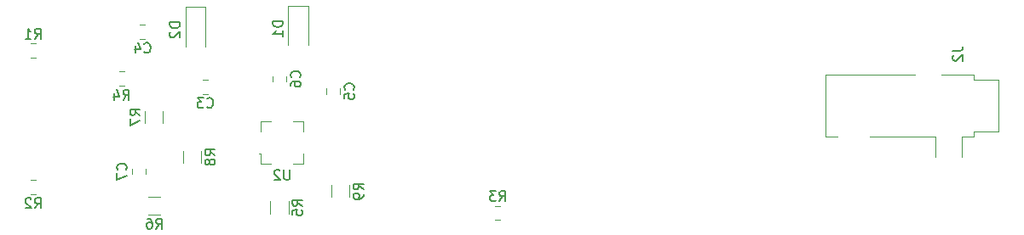
<source format=gbr>
G04 #@! TF.GenerationSoftware,KiCad,Pcbnew,5.0.2+dfsg1-1*
G04 #@! TF.CreationDate,2021-01-08T16:21:55+01:00*
G04 #@! TF.ProjectId,TTGO_weatherboard,5454474f-5f77-4656-9174-686572626f61,rev?*
G04 #@! TF.SameCoordinates,Original*
G04 #@! TF.FileFunction,Legend,Bot*
G04 #@! TF.FilePolarity,Positive*
%FSLAX46Y46*%
G04 Gerber Fmt 4.6, Leading zero omitted, Abs format (unit mm)*
G04 Created by KiCad (PCBNEW 5.0.2+dfsg1-1) date Fr 08 Jan 2021 16:21:55 CET*
%MOMM*%
%LPD*%
G01*
G04 APERTURE LIST*
%ADD10C,0.120000*%
%ADD11C,0.150000*%
G04 APERTURE END LIST*
D10*
G04 #@! TO.C,C3*
X120836948Y-68987600D02*
X121359452Y-68987600D01*
X120836948Y-70407600D02*
X121359452Y-70407600D01*
G04 #@! TO.C,C4*
X114606548Y-64921200D02*
X115129052Y-64921200D01*
X114606548Y-63501200D02*
X115129052Y-63501200D01*
G04 #@! TO.C,C5*
X134517200Y-70407052D02*
X134517200Y-69884548D01*
X133097200Y-70407052D02*
X133097200Y-69884548D01*
G04 #@! TO.C,C6*
X127763200Y-69187852D02*
X127763200Y-68665348D01*
X129183200Y-69187852D02*
X129183200Y-68665348D01*
G04 #@! TO.C,C7*
X113793200Y-77878148D02*
X113793200Y-78400652D01*
X115213200Y-77878148D02*
X115213200Y-78400652D01*
G04 #@! TO.C,D1*
X129352800Y-61656400D02*
X129352800Y-65556400D01*
X131352800Y-61656400D02*
X131352800Y-65556400D01*
X129352800Y-61656400D02*
X131352800Y-61656400D01*
G04 #@! TO.C,D2*
X119115600Y-61758000D02*
X121115600Y-61758000D01*
X121115600Y-61758000D02*
X121115600Y-65658000D01*
X119115600Y-61758000D02*
X119115600Y-65658000D01*
G04 #@! TO.C,J2*
X196263600Y-74677200D02*
X197463600Y-74677200D01*
X197463600Y-74677200D02*
X197463600Y-74177200D01*
X197463600Y-74177200D02*
X199963600Y-74177200D01*
X199963600Y-74177200D02*
X199963600Y-68977200D01*
X199963600Y-68977200D02*
X197463600Y-68977200D01*
X197463600Y-68977200D02*
X197463600Y-68477200D01*
X197463600Y-68477200D02*
X194263600Y-68477200D01*
X191663600Y-68477200D02*
X182763600Y-68477200D01*
X182763600Y-68477200D02*
X182763600Y-74677200D01*
X182763600Y-74677200D02*
X183963600Y-74677200D01*
X187163600Y-74677200D02*
X193663600Y-74677200D01*
X196263600Y-74677200D02*
X196263600Y-76677200D01*
X193663600Y-74677200D02*
X193663600Y-76677200D01*
G04 #@! TO.C,R1*
X104239852Y-66800800D02*
X103717348Y-66800800D01*
X104239852Y-65380800D02*
X103717348Y-65380800D01*
G04 #@! TO.C,R2*
X103717348Y-80415200D02*
X104239852Y-80415200D01*
X103717348Y-78995200D02*
X104239852Y-78995200D01*
G04 #@! TO.C,R3*
X150435052Y-81586000D02*
X149912548Y-81586000D01*
X150435052Y-83006000D02*
X149912548Y-83006000D01*
G04 #@! TO.C,R4*
X112505748Y-68174800D02*
X113028252Y-68174800D01*
X112505748Y-69594800D02*
X113028252Y-69594800D01*
G04 #@! TO.C,R5*
X129383200Y-82339264D02*
X129383200Y-81135136D01*
X127563200Y-82339264D02*
X127563200Y-81135136D01*
G04 #@! TO.C,R6*
X115439436Y-82494800D02*
X116643564Y-82494800D01*
X115439436Y-80674800D02*
X116643564Y-80674800D01*
G04 #@! TO.C,R7*
X116886400Y-72092736D02*
X116886400Y-73296864D01*
X115066400Y-72092736D02*
X115066400Y-73296864D01*
G04 #@! TO.C,R8*
X118876400Y-77310064D02*
X118876400Y-76105936D01*
X120696400Y-77310064D02*
X120696400Y-76105936D01*
G04 #@! TO.C,R9*
X135442700Y-80713664D02*
X135442700Y-79509536D01*
X133622700Y-80713664D02*
X133622700Y-79509536D01*
G04 #@! TO.C,U2*
X130847200Y-73114800D02*
X129827200Y-73114800D01*
X127627200Y-73114800D02*
X126607200Y-73114800D01*
X130847200Y-77354800D02*
X129827200Y-77354800D01*
X127627200Y-77354800D02*
X126607200Y-77354800D01*
X130847200Y-74134800D02*
X130847200Y-73114800D01*
X130847200Y-77354800D02*
X130847200Y-76334800D01*
X126607200Y-74134800D02*
X126607200Y-73114800D01*
X126607200Y-77354800D02*
X126607200Y-76334800D01*
X126427200Y-76334800D02*
X126607200Y-76334800D01*
G04 #@! TO.C,C3*
D11*
X121264866Y-71704742D02*
X121312485Y-71752361D01*
X121455342Y-71799980D01*
X121550580Y-71799980D01*
X121693438Y-71752361D01*
X121788676Y-71657123D01*
X121836295Y-71561885D01*
X121883914Y-71371409D01*
X121883914Y-71228552D01*
X121836295Y-71038076D01*
X121788676Y-70942838D01*
X121693438Y-70847600D01*
X121550580Y-70799980D01*
X121455342Y-70799980D01*
X121312485Y-70847600D01*
X121264866Y-70895219D01*
X120931533Y-70799980D02*
X120312485Y-70799980D01*
X120645819Y-71180933D01*
X120502961Y-71180933D01*
X120407723Y-71228552D01*
X120360104Y-71276171D01*
X120312485Y-71371409D01*
X120312485Y-71609504D01*
X120360104Y-71704742D01*
X120407723Y-71752361D01*
X120502961Y-71799980D01*
X120788676Y-71799980D01*
X120883914Y-71752361D01*
X120931533Y-71704742D01*
G04 #@! TO.C,C4*
X115034466Y-66218342D02*
X115082085Y-66265961D01*
X115224942Y-66313580D01*
X115320180Y-66313580D01*
X115463038Y-66265961D01*
X115558276Y-66170723D01*
X115605895Y-66075485D01*
X115653514Y-65885009D01*
X115653514Y-65742152D01*
X115605895Y-65551676D01*
X115558276Y-65456438D01*
X115463038Y-65361200D01*
X115320180Y-65313580D01*
X115224942Y-65313580D01*
X115082085Y-65361200D01*
X115034466Y-65408819D01*
X114177323Y-65646914D02*
X114177323Y-66313580D01*
X114415419Y-65265961D02*
X114653514Y-65980247D01*
X114034466Y-65980247D01*
G04 #@! TO.C,C5*
X135814342Y-69979133D02*
X135861961Y-69931514D01*
X135909580Y-69788657D01*
X135909580Y-69693419D01*
X135861961Y-69550561D01*
X135766723Y-69455323D01*
X135671485Y-69407704D01*
X135481009Y-69360085D01*
X135338152Y-69360085D01*
X135147676Y-69407704D01*
X135052438Y-69455323D01*
X134957200Y-69550561D01*
X134909580Y-69693419D01*
X134909580Y-69788657D01*
X134957200Y-69931514D01*
X135004819Y-69979133D01*
X134909580Y-70883895D02*
X134909580Y-70407704D01*
X135385771Y-70360085D01*
X135338152Y-70407704D01*
X135290533Y-70502942D01*
X135290533Y-70741038D01*
X135338152Y-70836276D01*
X135385771Y-70883895D01*
X135481009Y-70931514D01*
X135719104Y-70931514D01*
X135814342Y-70883895D01*
X135861961Y-70836276D01*
X135909580Y-70741038D01*
X135909580Y-70502942D01*
X135861961Y-70407704D01*
X135814342Y-70360085D01*
G04 #@! TO.C,C6*
X130480342Y-68759933D02*
X130527961Y-68712314D01*
X130575580Y-68569457D01*
X130575580Y-68474219D01*
X130527961Y-68331361D01*
X130432723Y-68236123D01*
X130337485Y-68188504D01*
X130147009Y-68140885D01*
X130004152Y-68140885D01*
X129813676Y-68188504D01*
X129718438Y-68236123D01*
X129623200Y-68331361D01*
X129575580Y-68474219D01*
X129575580Y-68569457D01*
X129623200Y-68712314D01*
X129670819Y-68759933D01*
X129575580Y-69617076D02*
X129575580Y-69426600D01*
X129623200Y-69331361D01*
X129670819Y-69283742D01*
X129813676Y-69188504D01*
X130004152Y-69140885D01*
X130385104Y-69140885D01*
X130480342Y-69188504D01*
X130527961Y-69236123D01*
X130575580Y-69331361D01*
X130575580Y-69521838D01*
X130527961Y-69617076D01*
X130480342Y-69664695D01*
X130385104Y-69712314D01*
X130147009Y-69712314D01*
X130051771Y-69664695D01*
X130004152Y-69617076D01*
X129956533Y-69521838D01*
X129956533Y-69331361D01*
X130004152Y-69236123D01*
X130051771Y-69188504D01*
X130147009Y-69140885D01*
G04 #@! TO.C,C7*
X113210342Y-77972733D02*
X113257961Y-77925114D01*
X113305580Y-77782257D01*
X113305580Y-77687019D01*
X113257961Y-77544161D01*
X113162723Y-77448923D01*
X113067485Y-77401304D01*
X112877009Y-77353685D01*
X112734152Y-77353685D01*
X112543676Y-77401304D01*
X112448438Y-77448923D01*
X112353200Y-77544161D01*
X112305580Y-77687019D01*
X112305580Y-77782257D01*
X112353200Y-77925114D01*
X112400819Y-77972733D01*
X112305580Y-78306066D02*
X112305580Y-78972733D01*
X113305580Y-78544161D01*
G04 #@! TO.C,D1*
X128805180Y-63168304D02*
X127805180Y-63168304D01*
X127805180Y-63406400D01*
X127852800Y-63549257D01*
X127948038Y-63644495D01*
X128043276Y-63692114D01*
X128233752Y-63739733D01*
X128376609Y-63739733D01*
X128567085Y-63692114D01*
X128662323Y-63644495D01*
X128757561Y-63549257D01*
X128805180Y-63406400D01*
X128805180Y-63168304D01*
X128805180Y-64692114D02*
X128805180Y-64120685D01*
X128805180Y-64406400D02*
X127805180Y-64406400D01*
X127948038Y-64311161D01*
X128043276Y-64215923D01*
X128090895Y-64120685D01*
G04 #@! TO.C,D2*
X118567980Y-63269904D02*
X117567980Y-63269904D01*
X117567980Y-63508000D01*
X117615600Y-63650857D01*
X117710838Y-63746095D01*
X117806076Y-63793714D01*
X117996552Y-63841333D01*
X118139409Y-63841333D01*
X118329885Y-63793714D01*
X118425123Y-63746095D01*
X118520361Y-63650857D01*
X118567980Y-63508000D01*
X118567980Y-63269904D01*
X117663219Y-64222285D02*
X117615600Y-64269904D01*
X117567980Y-64365142D01*
X117567980Y-64603238D01*
X117615600Y-64698476D01*
X117663219Y-64746095D01*
X117758457Y-64793714D01*
X117853695Y-64793714D01*
X117996552Y-64746095D01*
X118567980Y-64174666D01*
X118567980Y-64793714D01*
G04 #@! TO.C,J2*
X195387980Y-66113066D02*
X196102266Y-66113066D01*
X196245123Y-66065447D01*
X196340361Y-65970209D01*
X196387980Y-65827352D01*
X196387980Y-65732114D01*
X195483219Y-66541638D02*
X195435600Y-66589257D01*
X195387980Y-66684495D01*
X195387980Y-66922590D01*
X195435600Y-67017828D01*
X195483219Y-67065447D01*
X195578457Y-67113066D01*
X195673695Y-67113066D01*
X195816552Y-67065447D01*
X196387980Y-66494019D01*
X196387980Y-67113066D01*
G04 #@! TO.C,R1*
X104145266Y-64893180D02*
X104478600Y-64416990D01*
X104716695Y-64893180D02*
X104716695Y-63893180D01*
X104335742Y-63893180D01*
X104240504Y-63940800D01*
X104192885Y-63988419D01*
X104145266Y-64083657D01*
X104145266Y-64226514D01*
X104192885Y-64321752D01*
X104240504Y-64369371D01*
X104335742Y-64416990D01*
X104716695Y-64416990D01*
X103192885Y-64893180D02*
X103764314Y-64893180D01*
X103478600Y-64893180D02*
X103478600Y-63893180D01*
X103573838Y-64036038D01*
X103669076Y-64131276D01*
X103764314Y-64178895D01*
G04 #@! TO.C,R2*
X104145266Y-81807580D02*
X104478600Y-81331390D01*
X104716695Y-81807580D02*
X104716695Y-80807580D01*
X104335742Y-80807580D01*
X104240504Y-80855200D01*
X104192885Y-80902819D01*
X104145266Y-80998057D01*
X104145266Y-81140914D01*
X104192885Y-81236152D01*
X104240504Y-81283771D01*
X104335742Y-81331390D01*
X104716695Y-81331390D01*
X103764314Y-80902819D02*
X103716695Y-80855200D01*
X103621457Y-80807580D01*
X103383361Y-80807580D01*
X103288123Y-80855200D01*
X103240504Y-80902819D01*
X103192885Y-80998057D01*
X103192885Y-81093295D01*
X103240504Y-81236152D01*
X103811933Y-81807580D01*
X103192885Y-81807580D01*
G04 #@! TO.C,R3*
X150340466Y-81098380D02*
X150673800Y-80622190D01*
X150911895Y-81098380D02*
X150911895Y-80098380D01*
X150530942Y-80098380D01*
X150435704Y-80146000D01*
X150388085Y-80193619D01*
X150340466Y-80288857D01*
X150340466Y-80431714D01*
X150388085Y-80526952D01*
X150435704Y-80574571D01*
X150530942Y-80622190D01*
X150911895Y-80622190D01*
X150007133Y-80098380D02*
X149388085Y-80098380D01*
X149721419Y-80479333D01*
X149578561Y-80479333D01*
X149483323Y-80526952D01*
X149435704Y-80574571D01*
X149388085Y-80669809D01*
X149388085Y-80907904D01*
X149435704Y-81003142D01*
X149483323Y-81050761D01*
X149578561Y-81098380D01*
X149864276Y-81098380D01*
X149959514Y-81050761D01*
X150007133Y-81003142D01*
G04 #@! TO.C,R4*
X112933666Y-70987180D02*
X113267000Y-70510990D01*
X113505095Y-70987180D02*
X113505095Y-69987180D01*
X113124142Y-69987180D01*
X113028904Y-70034800D01*
X112981285Y-70082419D01*
X112933666Y-70177657D01*
X112933666Y-70320514D01*
X112981285Y-70415752D01*
X113028904Y-70463371D01*
X113124142Y-70510990D01*
X113505095Y-70510990D01*
X112076523Y-70320514D02*
X112076523Y-70987180D01*
X112314619Y-69939561D02*
X112552714Y-70653847D01*
X111933666Y-70653847D01*
G04 #@! TO.C,R5*
X130745580Y-81570533D02*
X130269390Y-81237200D01*
X130745580Y-80999104D02*
X129745580Y-80999104D01*
X129745580Y-81380057D01*
X129793200Y-81475295D01*
X129840819Y-81522914D01*
X129936057Y-81570533D01*
X130078914Y-81570533D01*
X130174152Y-81522914D01*
X130221771Y-81475295D01*
X130269390Y-81380057D01*
X130269390Y-80999104D01*
X129745580Y-82475295D02*
X129745580Y-81999104D01*
X130221771Y-81951485D01*
X130174152Y-81999104D01*
X130126533Y-82094342D01*
X130126533Y-82332438D01*
X130174152Y-82427676D01*
X130221771Y-82475295D01*
X130317009Y-82522914D01*
X130555104Y-82522914D01*
X130650342Y-82475295D01*
X130697961Y-82427676D01*
X130745580Y-82332438D01*
X130745580Y-82094342D01*
X130697961Y-81999104D01*
X130650342Y-81951485D01*
G04 #@! TO.C,R6*
X116208166Y-83857180D02*
X116541500Y-83380990D01*
X116779595Y-83857180D02*
X116779595Y-82857180D01*
X116398642Y-82857180D01*
X116303404Y-82904800D01*
X116255785Y-82952419D01*
X116208166Y-83047657D01*
X116208166Y-83190514D01*
X116255785Y-83285752D01*
X116303404Y-83333371D01*
X116398642Y-83380990D01*
X116779595Y-83380990D01*
X115351023Y-82857180D02*
X115541500Y-82857180D01*
X115636738Y-82904800D01*
X115684357Y-82952419D01*
X115779595Y-83095276D01*
X115827214Y-83285752D01*
X115827214Y-83666704D01*
X115779595Y-83761942D01*
X115731976Y-83809561D01*
X115636738Y-83857180D01*
X115446261Y-83857180D01*
X115351023Y-83809561D01*
X115303404Y-83761942D01*
X115255785Y-83666704D01*
X115255785Y-83428609D01*
X115303404Y-83333371D01*
X115351023Y-83285752D01*
X115446261Y-83238133D01*
X115636738Y-83238133D01*
X115731976Y-83285752D01*
X115779595Y-83333371D01*
X115827214Y-83428609D01*
G04 #@! TO.C,R7*
X114608780Y-72528133D02*
X114132590Y-72194800D01*
X114608780Y-71956704D02*
X113608780Y-71956704D01*
X113608780Y-72337657D01*
X113656400Y-72432895D01*
X113704019Y-72480514D01*
X113799257Y-72528133D01*
X113942114Y-72528133D01*
X114037352Y-72480514D01*
X114084971Y-72432895D01*
X114132590Y-72337657D01*
X114132590Y-71956704D01*
X113608780Y-72861466D02*
X113608780Y-73528133D01*
X114608780Y-73099561D01*
G04 #@! TO.C,R8*
X122058780Y-76541333D02*
X121582590Y-76208000D01*
X122058780Y-75969904D02*
X121058780Y-75969904D01*
X121058780Y-76350857D01*
X121106400Y-76446095D01*
X121154019Y-76493714D01*
X121249257Y-76541333D01*
X121392114Y-76541333D01*
X121487352Y-76493714D01*
X121534971Y-76446095D01*
X121582590Y-76350857D01*
X121582590Y-75969904D01*
X121487352Y-77112761D02*
X121439733Y-77017523D01*
X121392114Y-76969904D01*
X121296876Y-76922285D01*
X121249257Y-76922285D01*
X121154019Y-76969904D01*
X121106400Y-77017523D01*
X121058780Y-77112761D01*
X121058780Y-77303238D01*
X121106400Y-77398476D01*
X121154019Y-77446095D01*
X121249257Y-77493714D01*
X121296876Y-77493714D01*
X121392114Y-77446095D01*
X121439733Y-77398476D01*
X121487352Y-77303238D01*
X121487352Y-77112761D01*
X121534971Y-77017523D01*
X121582590Y-76969904D01*
X121677828Y-76922285D01*
X121868304Y-76922285D01*
X121963542Y-76969904D01*
X122011161Y-77017523D01*
X122058780Y-77112761D01*
X122058780Y-77303238D01*
X122011161Y-77398476D01*
X121963542Y-77446095D01*
X121868304Y-77493714D01*
X121677828Y-77493714D01*
X121582590Y-77446095D01*
X121534971Y-77398476D01*
X121487352Y-77303238D01*
G04 #@! TO.C,R9*
X136805080Y-79944933D02*
X136328890Y-79611600D01*
X136805080Y-79373504D02*
X135805080Y-79373504D01*
X135805080Y-79754457D01*
X135852700Y-79849695D01*
X135900319Y-79897314D01*
X135995557Y-79944933D01*
X136138414Y-79944933D01*
X136233652Y-79897314D01*
X136281271Y-79849695D01*
X136328890Y-79754457D01*
X136328890Y-79373504D01*
X136805080Y-80421123D02*
X136805080Y-80611600D01*
X136757461Y-80706838D01*
X136709842Y-80754457D01*
X136566985Y-80849695D01*
X136376509Y-80897314D01*
X135995557Y-80897314D01*
X135900319Y-80849695D01*
X135852700Y-80802076D01*
X135805080Y-80706838D01*
X135805080Y-80516361D01*
X135852700Y-80421123D01*
X135900319Y-80373504D01*
X135995557Y-80325885D01*
X136233652Y-80325885D01*
X136328890Y-80373504D01*
X136376509Y-80421123D01*
X136424128Y-80516361D01*
X136424128Y-80706838D01*
X136376509Y-80802076D01*
X136328890Y-80849695D01*
X136233652Y-80897314D01*
G04 #@! TO.C,U2*
X129489104Y-77987180D02*
X129489104Y-78796704D01*
X129441485Y-78891942D01*
X129393866Y-78939561D01*
X129298628Y-78987180D01*
X129108152Y-78987180D01*
X129012914Y-78939561D01*
X128965295Y-78891942D01*
X128917676Y-78796704D01*
X128917676Y-77987180D01*
X128489104Y-78082419D02*
X128441485Y-78034800D01*
X128346247Y-77987180D01*
X128108152Y-77987180D01*
X128012914Y-78034800D01*
X127965295Y-78082419D01*
X127917676Y-78177657D01*
X127917676Y-78272895D01*
X127965295Y-78415752D01*
X128536723Y-78987180D01*
X127917676Y-78987180D01*
G04 #@! TD*
M02*

</source>
